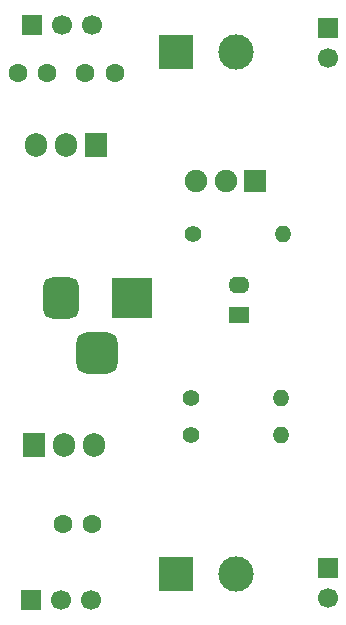
<source format=gbr>
%TF.GenerationSoftware,KiCad,Pcbnew,9.0.1*%
%TF.CreationDate,2025-04-29T00:54:00-03:00*%
%TF.ProjectId,Breadboard Power Supply,42726561-6462-46f6-9172-6420506f7765,rev?*%
%TF.SameCoordinates,Original*%
%TF.FileFunction,Soldermask,Top*%
%TF.FilePolarity,Negative*%
%FSLAX46Y46*%
G04 Gerber Fmt 4.6, Leading zero omitted, Abs format (unit mm)*
G04 Created by KiCad (PCBNEW 9.0.1) date 2025-04-29 00:54:00*
%MOMM*%
%LPD*%
G01*
G04 APERTURE LIST*
G04 Aperture macros list*
%AMRoundRect*
0 Rectangle with rounded corners*
0 $1 Rounding radius*
0 $2 $3 $4 $5 $6 $7 $8 $9 X,Y pos of 4 corners*
0 Add a 4 corners polygon primitive as box body*
4,1,4,$2,$3,$4,$5,$6,$7,$8,$9,$2,$3,0*
0 Add four circle primitives for the rounded corners*
1,1,$1+$1,$2,$3*
1,1,$1+$1,$4,$5*
1,1,$1+$1,$6,$7*
1,1,$1+$1,$8,$9*
0 Add four rect primitives between the rounded corners*
20,1,$1+$1,$2,$3,$4,$5,0*
20,1,$1+$1,$4,$5,$6,$7,0*
20,1,$1+$1,$6,$7,$8,$9,0*
20,1,$1+$1,$8,$9,$2,$3,0*%
G04 Aperture macros list end*
%ADD10R,1.700000X1.700000*%
%ADD11C,1.700000*%
%ADD12R,3.500000X3.500000*%
%ADD13RoundRect,0.750000X-0.750000X-1.000000X0.750000X-1.000000X0.750000X1.000000X-0.750000X1.000000X0*%
%ADD14RoundRect,0.875000X-0.875000X-0.875000X0.875000X-0.875000X0.875000X0.875000X-0.875000X0.875000X0*%
%ADD15C,1.600000*%
%ADD16C,1.400000*%
%ADD17O,1.400000X1.400000*%
%ADD18R,1.900000X1.900000*%
%ADD19C,1.900000*%
%ADD20R,1.800000X1.400000*%
%ADD21O,1.800000X1.400000*%
%ADD22R,3.000000X3.000000*%
%ADD23C,3.000000*%
%ADD24R,1.905000X2.000000*%
%ADD25O,1.905000X2.000000*%
G04 APERTURE END LIST*
D10*
%TO.C,J1*%
X179200000Y-47725000D03*
D11*
X179200000Y-50265000D03*
%TD*%
D12*
%TO.C,J5*%
X162600000Y-70600000D03*
D13*
X156600000Y-70600000D03*
D14*
X159600000Y-75300000D03*
%TD*%
D10*
%TO.C,J3*%
X154020000Y-96200000D03*
D11*
X156560000Y-96200000D03*
X159100000Y-96200000D03*
%TD*%
D15*
%TO.C,C1*%
X158600000Y-51600000D03*
X161100000Y-51600000D03*
%TD*%
D10*
%TO.C,J2*%
X179200000Y-93500000D03*
D11*
X179200000Y-96040000D03*
%TD*%
D16*
%TO.C,R2*%
X167580000Y-79100000D03*
D17*
X175200000Y-79100000D03*
%TD*%
D16*
%TO.C,R3*%
X167580000Y-82250000D03*
D17*
X175200000Y-82250000D03*
%TD*%
D18*
%TO.C,S1*%
X173000000Y-60700000D03*
D19*
X170500000Y-60700000D03*
X168000000Y-60700000D03*
%TD*%
D20*
%TO.C,D1*%
X171600000Y-72040000D03*
D21*
X171600000Y-69500000D03*
%TD*%
D15*
%TO.C,C2*%
X156700000Y-89800000D03*
X159200000Y-89800000D03*
%TD*%
D10*
%TO.C,J6*%
X154120000Y-47500000D03*
D11*
X156660000Y-47500000D03*
X159200000Y-47500000D03*
%TD*%
D22*
%TO.C,J7*%
X166320000Y-94000000D03*
D23*
X171400000Y-94000000D03*
%TD*%
D24*
%TO.C,U1*%
X159500000Y-57700000D03*
D25*
X156960000Y-57700000D03*
X154420000Y-57700000D03*
%TD*%
D24*
%TO.C,U2*%
X154320000Y-83100000D03*
D25*
X156860000Y-83100000D03*
X159400000Y-83100000D03*
%TD*%
D16*
%TO.C,R1*%
X167780000Y-65200000D03*
D17*
X175400000Y-65200000D03*
%TD*%
D15*
%TO.C,C3*%
X152900000Y-51600000D03*
X155400000Y-51600000D03*
%TD*%
D22*
%TO.C,J4*%
X166260000Y-49800000D03*
D23*
X171340000Y-49800000D03*
%TD*%
M02*

</source>
